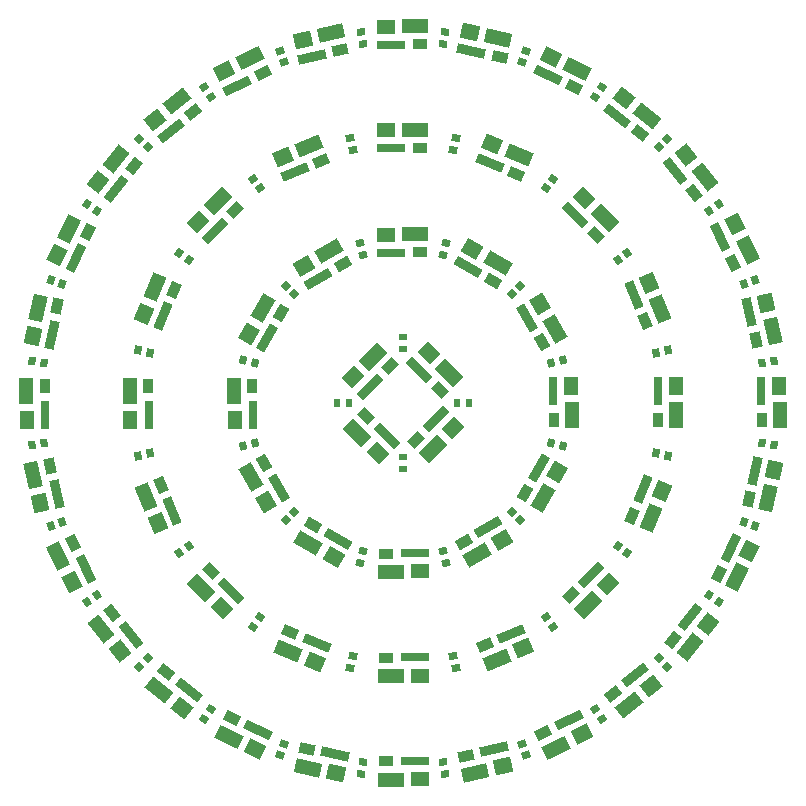
<source format=gtp>
G04*
G04 #@! TF.GenerationSoftware,Altium Limited,Altium Designer,20.2.4 (192)*
G04*
G04 Layer_Color=8421504*
%FSLAX25Y25*%
%MOIN*%
G70*
G04*
G04 #@! TF.SameCoordinates,D12834CA-4DE5-443E-9A18-81BA23B25CB7*
G04*
G04*
G04 #@! TF.FilePolarity,Positive*
G04*
G01*
G75*
%ADD10R,0.05118X0.03543*%
%ADD11R,0.09449X0.03150*%
%ADD12R,0.08661X0.04724*%
%ADD13R,0.05906X0.05118*%
G04:AMPARAMS|DCode=14|XSize=23.62mil|YSize=27.56mil|CornerRadius=0mil|HoleSize=0mil|Usage=FLASHONLY|Rotation=173.571|XOffset=0mil|YOffset=0mil|HoleType=Round|Shape=Rectangle|*
%AMROTATEDRECTD14*
4,1,4,0.01328,0.01237,0.01019,-0.01502,-0.01328,-0.01237,-0.01019,0.01502,0.01328,0.01237,0.0*
%
%ADD14ROTATEDRECTD14*%

G04:AMPARAMS|DCode=15|XSize=23.62mil|YSize=27.56mil|CornerRadius=0mil|HoleSize=0mil|Usage=FLASHONLY|Rotation=160.714|XOffset=0mil|YOffset=0mil|HoleType=Round|Shape=Rectangle|*
%AMROTATEDRECTD15*
4,1,4,0.01570,0.00911,0.00660,-0.01691,-0.01570,-0.00911,-0.00660,0.01691,0.01570,0.00911,0.0*
%
%ADD15ROTATEDRECTD15*%

G04:AMPARAMS|DCode=16|XSize=23.62mil|YSize=27.56mil|CornerRadius=0mil|HoleSize=0mil|Usage=FLASHONLY|Rotation=147.857|XOffset=0mil|YOffset=0mil|HoleType=Round|Shape=Rectangle|*
%AMROTATEDRECTD16*
4,1,4,0.01733,0.00538,0.00267,-0.01795,-0.01733,-0.00538,-0.00267,0.01795,0.01733,0.00538,0.0*
%
%ADD16ROTATEDRECTD16*%

G04:AMPARAMS|DCode=17|XSize=23.62mil|YSize=27.56mil|CornerRadius=0mil|HoleSize=0mil|Usage=FLASHONLY|Rotation=135.000|XOffset=0mil|YOffset=0mil|HoleType=Round|Shape=Rectangle|*
%AMROTATEDRECTD17*
4,1,4,0.01810,0.00139,-0.00139,-0.01810,-0.01810,-0.00139,0.00139,0.01810,0.01810,0.00139,0.0*
%
%ADD17ROTATEDRECTD17*%

G04:AMPARAMS|DCode=18|XSize=23.62mil|YSize=27.56mil|CornerRadius=0mil|HoleSize=0mil|Usage=FLASHONLY|Rotation=122.143|XOffset=0mil|YOffset=0mil|HoleType=Round|Shape=Rectangle|*
%AMROTATEDRECTD18*
4,1,4,0.01795,-0.00267,-0.00538,-0.01733,-0.01795,0.00267,0.00538,0.01733,0.01795,-0.00267,0.0*
%
%ADD18ROTATEDRECTD18*%

G04:AMPARAMS|DCode=19|XSize=23.62mil|YSize=27.56mil|CornerRadius=0mil|HoleSize=0mil|Usage=FLASHONLY|Rotation=109.286|XOffset=0mil|YOffset=0mil|HoleType=Round|Shape=Rectangle|*
%AMROTATEDRECTD19*
4,1,4,0.01691,-0.00660,-0.00911,-0.01570,-0.01691,0.00660,0.00911,0.01570,0.01691,-0.00660,0.0*
%
%ADD19ROTATEDRECTD19*%

G04:AMPARAMS|DCode=20|XSize=23.62mil|YSize=27.56mil|CornerRadius=0mil|HoleSize=0mil|Usage=FLASHONLY|Rotation=57.857|XOffset=0mil|YOffset=0mil|HoleType=Round|Shape=Rectangle|*
%AMROTATEDRECTD20*
4,1,4,0.00538,-0.01733,-0.01795,-0.00267,-0.00538,0.01733,0.01795,0.00267,0.00538,-0.01733,0.0*
%
%ADD20ROTATEDRECTD20*%

G04:AMPARAMS|DCode=21|XSize=23.62mil|YSize=27.56mil|CornerRadius=0mil|HoleSize=0mil|Usage=FLASHONLY|Rotation=45.000|XOffset=0mil|YOffset=0mil|HoleType=Round|Shape=Rectangle|*
%AMROTATEDRECTD21*
4,1,4,0.00139,-0.01810,-0.01810,0.00139,-0.00139,0.01810,0.01810,-0.00139,0.00139,-0.01810,0.0*
%
%ADD21ROTATEDRECTD21*%

G04:AMPARAMS|DCode=22|XSize=23.62mil|YSize=27.56mil|CornerRadius=0mil|HoleSize=0mil|Usage=FLASHONLY|Rotation=32.143|XOffset=0mil|YOffset=0mil|HoleType=Round|Shape=Rectangle|*
%AMROTATEDRECTD22*
4,1,4,-0.00267,-0.01795,-0.01733,0.00538,0.00267,0.01795,0.01733,-0.00538,-0.00267,-0.01795,0.0*
%
%ADD22ROTATEDRECTD22*%

G04:AMPARAMS|DCode=23|XSize=23.62mil|YSize=27.56mil|CornerRadius=0mil|HoleSize=0mil|Usage=FLASHONLY|Rotation=19.286|XOffset=0mil|YOffset=0mil|HoleType=Round|Shape=Rectangle|*
%AMROTATEDRECTD23*
4,1,4,-0.00660,-0.01691,-0.01570,0.00911,0.00660,0.01691,0.01570,-0.00911,-0.00660,-0.01691,0.0*
%
%ADD23ROTATEDRECTD23*%

G04:AMPARAMS|DCode=24|XSize=51.18mil|YSize=35.43mil|CornerRadius=0mil|HoleSize=0mil|Usage=FLASHONLY|Rotation=321.429|XOffset=0mil|YOffset=0mil|HoleType=Round|Shape=Rectangle|*
%AMROTATEDRECTD24*
4,1,4,-0.03105,0.00210,-0.00896,0.02981,0.03105,-0.00210,0.00896,-0.02981,-0.03105,0.00210,0.0*
%
%ADD24ROTATEDRECTD24*%

G04:AMPARAMS|DCode=25|XSize=94.49mil|YSize=31.5mil|CornerRadius=0mil|HoleSize=0mil|Usage=FLASHONLY|Rotation=321.429|XOffset=0mil|YOffset=0mil|HoleType=Round|Shape=Rectangle|*
%AMROTATEDRECTD25*
4,1,4,-0.04676,0.01714,-0.02712,0.04177,0.04676,-0.01714,0.02712,-0.04177,-0.04676,0.01714,0.0*
%
%ADD25ROTATEDRECTD25*%

G04:AMPARAMS|DCode=26|XSize=86.61mil|YSize=47.24mil|CornerRadius=0mil|HoleSize=0mil|Usage=FLASHONLY|Rotation=321.429|XOffset=0mil|YOffset=0mil|HoleType=Round|Shape=Rectangle|*
%AMROTATEDRECTD26*
4,1,4,-0.04859,0.00853,-0.01913,0.04547,0.04859,-0.00853,0.01913,-0.04547,-0.04859,0.00853,0.0*
%
%ADD26ROTATEDRECTD26*%

G04:AMPARAMS|DCode=27|XSize=59.06mil|YSize=51.18mil|CornerRadius=0mil|HoleSize=0mil|Usage=FLASHONLY|Rotation=321.429|XOffset=0mil|YOffset=0mil|HoleType=Round|Shape=Rectangle|*
%AMROTATEDRECTD27*
4,1,4,-0.03904,-0.00160,-0.00713,0.03842,0.03904,0.00160,0.00713,-0.03842,-0.03904,-0.00160,0.0*
%
%ADD27ROTATEDRECTD27*%

G04:AMPARAMS|DCode=28|XSize=51.18mil|YSize=35.43mil|CornerRadius=0mil|HoleSize=0mil|Usage=FLASHONLY|Rotation=308.571|XOffset=0mil|YOffset=0mil|HoleType=Round|Shape=Rectangle|*
%AMROTATEDRECTD28*
4,1,4,-0.02981,0.00896,-0.00210,0.03105,0.02981,-0.00896,0.00210,-0.03105,-0.02981,0.00896,0.0*
%
%ADD28ROTATEDRECTD28*%

G04:AMPARAMS|DCode=29|XSize=94.49mil|YSize=31.5mil|CornerRadius=0mil|HoleSize=0mil|Usage=FLASHONLY|Rotation=308.571|XOffset=0mil|YOffset=0mil|HoleType=Round|Shape=Rectangle|*
%AMROTATEDRECTD29*
4,1,4,-0.04177,0.02712,-0.01714,0.04676,0.04177,-0.02712,0.01714,-0.04676,-0.04177,0.02712,0.0*
%
%ADD29ROTATEDRECTD29*%

G04:AMPARAMS|DCode=30|XSize=86.61mil|YSize=47.24mil|CornerRadius=0mil|HoleSize=0mil|Usage=FLASHONLY|Rotation=308.571|XOffset=0mil|YOffset=0mil|HoleType=Round|Shape=Rectangle|*
%AMROTATEDRECTD30*
4,1,4,-0.04547,0.01913,-0.00853,0.04859,0.04547,-0.01913,0.00853,-0.04859,-0.04547,0.01913,0.0*
%
%ADD30ROTATEDRECTD30*%

G04:AMPARAMS|DCode=31|XSize=59.06mil|YSize=51.18mil|CornerRadius=0mil|HoleSize=0mil|Usage=FLASHONLY|Rotation=308.571|XOffset=0mil|YOffset=0mil|HoleType=Round|Shape=Rectangle|*
%AMROTATEDRECTD31*
4,1,4,-0.03842,0.00713,0.00160,0.03904,0.03842,-0.00713,-0.00160,-0.03904,-0.03842,0.00713,0.0*
%
%ADD31ROTATEDRECTD31*%

G04:AMPARAMS|DCode=32|XSize=51.18mil|YSize=35.43mil|CornerRadius=0mil|HoleSize=0mil|Usage=FLASHONLY|Rotation=295.714|XOffset=0mil|YOffset=0mil|HoleType=Round|Shape=Rectangle|*
%AMROTATEDRECTD32*
4,1,4,-0.02707,0.01537,0.00486,0.03074,0.02707,-0.01537,-0.00486,-0.03074,-0.02707,0.01537,0.0*
%
%ADD32ROTATEDRECTD32*%

G04:AMPARAMS|DCode=33|XSize=94.49mil|YSize=31.5mil|CornerRadius=0mil|HoleSize=0mil|Usage=FLASHONLY|Rotation=295.714|XOffset=0mil|YOffset=0mil|HoleType=Round|Shape=Rectangle|*
%AMROTATEDRECTD33*
4,1,4,-0.03469,0.03573,-0.00631,0.04940,0.03469,-0.03573,0.00631,-0.04940,-0.03469,0.03573,0.0*
%
%ADD33ROTATEDRECTD33*%

G04:AMPARAMS|DCode=34|XSize=86.61mil|YSize=47.24mil|CornerRadius=0mil|HoleSize=0mil|Usage=FLASHONLY|Rotation=295.714|XOffset=0mil|YOffset=0mil|HoleType=Round|Shape=Rectangle|*
%AMROTATEDRECTD34*
4,1,4,-0.04007,0.02877,0.00249,0.04927,0.04007,-0.02877,-0.00249,-0.04927,-0.04007,0.02877,0.0*
%
%ADD34ROTATEDRECTD34*%

G04:AMPARAMS|DCode=35|XSize=59.06mil|YSize=51.18mil|CornerRadius=0mil|HoleSize=0mil|Usage=FLASHONLY|Rotation=295.714|XOffset=0mil|YOffset=0mil|HoleType=Round|Shape=Rectangle|*
%AMROTATEDRECTD35*
4,1,4,-0.03587,0.01550,0.01024,0.03771,0.03587,-0.01550,-0.01024,-0.03771,-0.03587,0.01550,0.0*
%
%ADD35ROTATEDRECTD35*%

G04:AMPARAMS|DCode=36|XSize=51.18mil|YSize=35.43mil|CornerRadius=0mil|HoleSize=0mil|Usage=FLASHONLY|Rotation=282.857|XOffset=0mil|YOffset=0mil|HoleType=Round|Shape=Rectangle|*
%AMROTATEDRECTD36*
4,1,4,-0.02297,0.02101,0.01158,0.02889,0.02297,-0.02101,-0.01158,-0.02889,-0.02297,0.02101,0.0*
%
%ADD36ROTATEDRECTD36*%

G04:AMPARAMS|DCode=37|XSize=94.49mil|YSize=31.5mil|CornerRadius=0mil|HoleSize=0mil|Usage=FLASHONLY|Rotation=282.857|XOffset=0mil|YOffset=0mil|HoleType=Round|Shape=Rectangle|*
%AMROTATEDRECTD37*
4,1,4,-0.02587,0.04256,0.00484,0.04956,0.02587,-0.04256,-0.00484,-0.04956,-0.02587,0.04256,0.0*
%
%ADD37ROTATEDRECTD37*%

G04:AMPARAMS|DCode=38|XSize=86.61mil|YSize=47.24mil|CornerRadius=0mil|HoleSize=0mil|Usage=FLASHONLY|Rotation=282.857|XOffset=0mil|YOffset=0mil|HoleType=Round|Shape=Rectangle|*
%AMROTATEDRECTD38*
4,1,4,-0.03267,0.03697,0.01339,0.04748,0.03267,-0.03697,-0.01339,-0.04748,-0.03267,0.03697,0.0*
%
%ADD38ROTATEDRECTD38*%

G04:AMPARAMS|DCode=39|XSize=59.06mil|YSize=51.18mil|CornerRadius=0mil|HoleSize=0mil|Usage=FLASHONLY|Rotation=282.857|XOffset=0mil|YOffset=0mil|HoleType=Round|Shape=Rectangle|*
%AMROTATEDRECTD39*
4,1,4,-0.03152,0.02309,0.01838,0.03448,0.03152,-0.02309,-0.01838,-0.03448,-0.03152,0.02309,0.0*
%
%ADD39ROTATEDRECTD39*%

%ADD40R,0.03543X0.05118*%
%ADD41R,0.03150X0.09449*%
%ADD42R,0.04724X0.08661*%
%ADD43R,0.05118X0.05906*%
G04:AMPARAMS|DCode=44|XSize=51.18mil|YSize=35.43mil|CornerRadius=0mil|HoleSize=0mil|Usage=FLASHONLY|Rotation=257.143|XOffset=0mil|YOffset=0mil|HoleType=Round|Shape=Rectangle|*
%AMROTATEDRECTD44*
4,1,4,-0.01158,0.02889,0.02297,0.02101,0.01158,-0.02889,-0.02297,-0.02101,-0.01158,0.02889,0.0*
%
%ADD44ROTATEDRECTD44*%

G04:AMPARAMS|DCode=45|XSize=94.49mil|YSize=31.5mil|CornerRadius=0mil|HoleSize=0mil|Usage=FLASHONLY|Rotation=257.143|XOffset=0mil|YOffset=0mil|HoleType=Round|Shape=Rectangle|*
%AMROTATEDRECTD45*
4,1,4,-0.00484,0.04956,0.02587,0.04256,0.00484,-0.04956,-0.02587,-0.04256,-0.00484,0.04956,0.0*
%
%ADD45ROTATEDRECTD45*%

G04:AMPARAMS|DCode=46|XSize=86.61mil|YSize=47.24mil|CornerRadius=0mil|HoleSize=0mil|Usage=FLASHONLY|Rotation=257.143|XOffset=0mil|YOffset=0mil|HoleType=Round|Shape=Rectangle|*
%AMROTATEDRECTD46*
4,1,4,-0.01339,0.04748,0.03267,0.03697,0.01339,-0.04748,-0.03267,-0.03697,-0.01339,0.04748,0.0*
%
%ADD46ROTATEDRECTD46*%

G04:AMPARAMS|DCode=47|XSize=59.06mil|YSize=51.18mil|CornerRadius=0mil|HoleSize=0mil|Usage=FLASHONLY|Rotation=257.143|XOffset=0mil|YOffset=0mil|HoleType=Round|Shape=Rectangle|*
%AMROTATEDRECTD47*
4,1,4,-0.01838,0.03448,0.03152,0.02309,0.01838,-0.03448,-0.03152,-0.02309,-0.01838,0.03448,0.0*
%
%ADD47ROTATEDRECTD47*%

G04:AMPARAMS|DCode=48|XSize=23.62mil|YSize=27.56mil|CornerRadius=0mil|HoleSize=0mil|Usage=FLASHONLY|Rotation=70.714|XOffset=0mil|YOffset=0mil|HoleType=Round|Shape=Rectangle|*
%AMROTATEDRECTD48*
4,1,4,0.00911,-0.01570,-0.01691,-0.00660,-0.00911,0.01570,0.01691,0.00660,0.00911,-0.01570,0.0*
%
%ADD48ROTATEDRECTD48*%

G04:AMPARAMS|DCode=49|XSize=51.18mil|YSize=35.43mil|CornerRadius=0mil|HoleSize=0mil|Usage=FLASHONLY|Rotation=192.857|XOffset=0mil|YOffset=0mil|HoleType=Round|Shape=Rectangle|*
%AMROTATEDRECTD49*
4,1,4,0.02101,0.02297,0.02889,-0.01158,-0.02101,-0.02297,-0.02889,0.01158,0.02101,0.02297,0.0*
%
%ADD49ROTATEDRECTD49*%

G04:AMPARAMS|DCode=50|XSize=94.49mil|YSize=31.5mil|CornerRadius=0mil|HoleSize=0mil|Usage=FLASHONLY|Rotation=192.857|XOffset=0mil|YOffset=0mil|HoleType=Round|Shape=Rectangle|*
%AMROTATEDRECTD50*
4,1,4,0.04256,0.02587,0.04956,-0.00484,-0.04256,-0.02587,-0.04956,0.00484,0.04256,0.02587,0.0*
%
%ADD50ROTATEDRECTD50*%

G04:AMPARAMS|DCode=51|XSize=86.61mil|YSize=47.24mil|CornerRadius=0mil|HoleSize=0mil|Usage=FLASHONLY|Rotation=192.857|XOffset=0mil|YOffset=0mil|HoleType=Round|Shape=Rectangle|*
%AMROTATEDRECTD51*
4,1,4,0.03697,0.03267,0.04748,-0.01339,-0.03697,-0.03267,-0.04748,0.01339,0.03697,0.03267,0.0*
%
%ADD51ROTATEDRECTD51*%

G04:AMPARAMS|DCode=52|XSize=59.06mil|YSize=51.18mil|CornerRadius=0mil|HoleSize=0mil|Usage=FLASHONLY|Rotation=192.857|XOffset=0mil|YOffset=0mil|HoleType=Round|Shape=Rectangle|*
%AMROTATEDRECTD52*
4,1,4,0.02309,0.03152,0.03448,-0.01838,-0.02309,-0.03152,-0.03448,0.01838,0.02309,0.03152,0.0*
%
%ADD52ROTATEDRECTD52*%

G04:AMPARAMS|DCode=53|XSize=51.18mil|YSize=35.43mil|CornerRadius=0mil|HoleSize=0mil|Usage=FLASHONLY|Rotation=167.143|XOffset=0mil|YOffset=0mil|HoleType=Round|Shape=Rectangle|*
%AMROTATEDRECTD53*
4,1,4,0.02889,0.01158,0.02101,-0.02297,-0.02889,-0.01158,-0.02101,0.02297,0.02889,0.01158,0.0*
%
%ADD53ROTATEDRECTD53*%

G04:AMPARAMS|DCode=54|XSize=94.49mil|YSize=31.5mil|CornerRadius=0mil|HoleSize=0mil|Usage=FLASHONLY|Rotation=167.143|XOffset=0mil|YOffset=0mil|HoleType=Round|Shape=Rectangle|*
%AMROTATEDRECTD54*
4,1,4,0.04956,0.00484,0.04256,-0.02587,-0.04956,-0.00484,-0.04256,0.02587,0.04956,0.00484,0.0*
%
%ADD54ROTATEDRECTD54*%

G04:AMPARAMS|DCode=55|XSize=86.61mil|YSize=47.24mil|CornerRadius=0mil|HoleSize=0mil|Usage=FLASHONLY|Rotation=167.143|XOffset=0mil|YOffset=0mil|HoleType=Round|Shape=Rectangle|*
%AMROTATEDRECTD55*
4,1,4,0.04748,0.01339,0.03697,-0.03267,-0.04748,-0.01339,-0.03697,0.03267,0.04748,0.01339,0.0*
%
%ADD55ROTATEDRECTD55*%

G04:AMPARAMS|DCode=56|XSize=59.06mil|YSize=51.18mil|CornerRadius=0mil|HoleSize=0mil|Usage=FLASHONLY|Rotation=167.143|XOffset=0mil|YOffset=0mil|HoleType=Round|Shape=Rectangle|*
%AMROTATEDRECTD56*
4,1,4,0.03448,0.01838,0.02309,-0.03152,-0.03448,-0.01838,-0.02309,0.03152,0.03448,0.01838,0.0*
%
%ADD56ROTATEDRECTD56*%

G04:AMPARAMS|DCode=57|XSize=51.18mil|YSize=35.43mil|CornerRadius=0mil|HoleSize=0mil|Usage=FLASHONLY|Rotation=154.286|XOffset=0mil|YOffset=0mil|HoleType=Round|Shape=Rectangle|*
%AMROTATEDRECTD57*
4,1,4,0.03074,0.00486,0.01537,-0.02707,-0.03074,-0.00486,-0.01537,0.02707,0.03074,0.00486,0.0*
%
%ADD57ROTATEDRECTD57*%

G04:AMPARAMS|DCode=58|XSize=94.49mil|YSize=31.5mil|CornerRadius=0mil|HoleSize=0mil|Usage=FLASHONLY|Rotation=154.286|XOffset=0mil|YOffset=0mil|HoleType=Round|Shape=Rectangle|*
%AMROTATEDRECTD58*
4,1,4,0.04940,-0.00631,0.03573,-0.03469,-0.04940,0.00631,-0.03573,0.03469,0.04940,-0.00631,0.0*
%
%ADD58ROTATEDRECTD58*%

G04:AMPARAMS|DCode=59|XSize=86.61mil|YSize=47.24mil|CornerRadius=0mil|HoleSize=0mil|Usage=FLASHONLY|Rotation=154.286|XOffset=0mil|YOffset=0mil|HoleType=Round|Shape=Rectangle|*
%AMROTATEDRECTD59*
4,1,4,0.04927,0.00249,0.02877,-0.04007,-0.04927,-0.00249,-0.02877,0.04007,0.04927,0.00249,0.0*
%
%ADD59ROTATEDRECTD59*%

G04:AMPARAMS|DCode=60|XSize=59.06mil|YSize=51.18mil|CornerRadius=0mil|HoleSize=0mil|Usage=FLASHONLY|Rotation=154.286|XOffset=0mil|YOffset=0mil|HoleType=Round|Shape=Rectangle|*
%AMROTATEDRECTD60*
4,1,4,0.03771,0.01024,0.01550,-0.03587,-0.03771,-0.01024,-0.01550,0.03587,0.03771,0.01024,0.0*
%
%ADD60ROTATEDRECTD60*%

G04:AMPARAMS|DCode=61|XSize=23.62mil|YSize=27.56mil|CornerRadius=0mil|HoleSize=0mil|Usage=FLASHONLY|Rotation=6.429|XOffset=0mil|YOffset=0mil|HoleType=Round|Shape=Rectangle|*
%AMROTATEDRECTD61*
4,1,4,-0.01019,-0.01502,-0.01328,0.01237,0.01019,0.01502,0.01328,-0.01237,-0.01019,-0.01502,0.0*
%
%ADD61ROTATEDRECTD61*%

G04:AMPARAMS|DCode=62|XSize=51.18mil|YSize=35.43mil|CornerRadius=0mil|HoleSize=0mil|Usage=FLASHONLY|Rotation=64.285|XOffset=0mil|YOffset=0mil|HoleType=Round|Shape=Rectangle|*
%AMROTATEDRECTD62*
4,1,4,0.00486,-0.03074,-0.02707,-0.01537,-0.00486,0.03074,0.02707,0.01537,0.00486,-0.03074,0.0*
%
%ADD62ROTATEDRECTD62*%

G04:AMPARAMS|DCode=63|XSize=94.49mil|YSize=31.5mil|CornerRadius=0mil|HoleSize=0mil|Usage=FLASHONLY|Rotation=64.285|XOffset=0mil|YOffset=0mil|HoleType=Round|Shape=Rectangle|*
%AMROTATEDRECTD63*
4,1,4,-0.00631,-0.04940,-0.03469,-0.03573,0.00631,0.04940,0.03469,0.03573,-0.00631,-0.04940,0.0*
%
%ADD63ROTATEDRECTD63*%

G04:AMPARAMS|DCode=64|XSize=86.61mil|YSize=47.24mil|CornerRadius=0mil|HoleSize=0mil|Usage=FLASHONLY|Rotation=64.285|XOffset=0mil|YOffset=0mil|HoleType=Round|Shape=Rectangle|*
%AMROTATEDRECTD64*
4,1,4,0.00249,-0.04927,-0.04007,-0.02877,-0.00249,0.04927,0.04007,0.02877,0.00249,-0.04927,0.0*
%
%ADD64ROTATEDRECTD64*%

G04:AMPARAMS|DCode=65|XSize=59.06mil|YSize=51.18mil|CornerRadius=0mil|HoleSize=0mil|Usage=FLASHONLY|Rotation=64.285|XOffset=0mil|YOffset=0mil|HoleType=Round|Shape=Rectangle|*
%AMROTATEDRECTD65*
4,1,4,0.01024,-0.03771,-0.03587,-0.01550,-0.01024,0.03771,0.03587,0.01550,0.01024,-0.03771,0.0*
%
%ADD65ROTATEDRECTD65*%

G04:AMPARAMS|DCode=66|XSize=51.18mil|YSize=35.43mil|CornerRadius=0mil|HoleSize=0mil|Usage=FLASHONLY|Rotation=51.428|XOffset=0mil|YOffset=0mil|HoleType=Round|Shape=Rectangle|*
%AMROTATEDRECTD66*
4,1,4,-0.00210,-0.03105,-0.02981,-0.00896,0.00210,0.03105,0.02981,0.00896,-0.00210,-0.03105,0.0*
%
%ADD66ROTATEDRECTD66*%

G04:AMPARAMS|DCode=67|XSize=94.49mil|YSize=31.5mil|CornerRadius=0mil|HoleSize=0mil|Usage=FLASHONLY|Rotation=51.428|XOffset=0mil|YOffset=0mil|HoleType=Round|Shape=Rectangle|*
%AMROTATEDRECTD67*
4,1,4,-0.01714,-0.04676,-0.04177,-0.02712,0.01714,0.04676,0.04177,0.02712,-0.01714,-0.04676,0.0*
%
%ADD67ROTATEDRECTD67*%

G04:AMPARAMS|DCode=68|XSize=86.61mil|YSize=47.24mil|CornerRadius=0mil|HoleSize=0mil|Usage=FLASHONLY|Rotation=51.428|XOffset=0mil|YOffset=0mil|HoleType=Round|Shape=Rectangle|*
%AMROTATEDRECTD68*
4,1,4,-0.00853,-0.04859,-0.04547,-0.01913,0.00853,0.04859,0.04547,0.01913,-0.00853,-0.04859,0.0*
%
%ADD68ROTATEDRECTD68*%

G04:AMPARAMS|DCode=69|XSize=59.06mil|YSize=51.18mil|CornerRadius=0mil|HoleSize=0mil|Usage=FLASHONLY|Rotation=51.428|XOffset=0mil|YOffset=0mil|HoleType=Round|Shape=Rectangle|*
%AMROTATEDRECTD69*
4,1,4,0.00160,-0.03904,-0.03842,-0.00713,-0.00160,0.03904,0.03842,0.00713,0.00160,-0.03904,0.0*
%
%ADD69ROTATEDRECTD69*%

G04:AMPARAMS|DCode=70|XSize=23.62mil|YSize=27.56mil|CornerRadius=0mil|HoleSize=0mil|Usage=FLASHONLY|Rotation=276.429|XOffset=0mil|YOffset=0mil|HoleType=Round|Shape=Rectangle|*
%AMROTATEDRECTD70*
4,1,4,-0.01502,0.01019,0.01237,0.01328,0.01502,-0.01019,-0.01237,-0.01328,-0.01502,0.01019,0.0*
%
%ADD70ROTATEDRECTD70*%

G04:AMPARAMS|DCode=71|XSize=23.62mil|YSize=27.56mil|CornerRadius=0mil|HoleSize=0mil|Usage=FLASHONLY|Rotation=263.571|XOffset=0mil|YOffset=0mil|HoleType=Round|Shape=Rectangle|*
%AMROTATEDRECTD71*
4,1,4,-0.01237,0.01328,0.01502,0.01019,0.01237,-0.01328,-0.01502,-0.01019,-0.01237,0.01328,0.0*
%
%ADD71ROTATEDRECTD71*%

G04:AMPARAMS|DCode=72|XSize=23.62mil|YSize=27.56mil|CornerRadius=0mil|HoleSize=0mil|Usage=FLASHONLY|Rotation=168.750|XOffset=0mil|YOffset=0mil|HoleType=Round|Shape=Rectangle|*
%AMROTATEDRECTD72*
4,1,4,0.01427,0.01121,0.00890,-0.01582,-0.01427,-0.01121,-0.00890,0.01582,0.01427,0.01121,0.0*
%
%ADD72ROTATEDRECTD72*%

G04:AMPARAMS|DCode=73|XSize=51.18mil|YSize=35.43mil|CornerRadius=0mil|HoleSize=0mil|Usage=FLASHONLY|Rotation=67.500|XOffset=0mil|YOffset=0mil|HoleType=Round|Shape=Rectangle|*
%AMROTATEDRECTD73*
4,1,4,0.00658,-0.03042,-0.02616,-0.01686,-0.00658,0.03042,0.02616,0.01686,0.00658,-0.03042,0.0*
%
%ADD73ROTATEDRECTD73*%

G04:AMPARAMS|DCode=74|XSize=94.49mil|YSize=31.5mil|CornerRadius=0mil|HoleSize=0mil|Usage=FLASHONLY|Rotation=67.500|XOffset=0mil|YOffset=0mil|HoleType=Round|Shape=Rectangle|*
%AMROTATEDRECTD74*
4,1,4,-0.00353,-0.04967,-0.03263,-0.03762,0.00353,0.04967,0.03263,0.03762,-0.00353,-0.04967,0.0*
%
%ADD74ROTATEDRECTD74*%

G04:AMPARAMS|DCode=75|XSize=86.61mil|YSize=47.24mil|CornerRadius=0mil|HoleSize=0mil|Usage=FLASHONLY|Rotation=67.500|XOffset=0mil|YOffset=0mil|HoleType=Round|Shape=Rectangle|*
%AMROTATEDRECTD75*
4,1,4,0.00525,-0.04905,-0.03840,-0.03097,-0.00525,0.04905,0.03840,0.03097,0.00525,-0.04905,0.0*
%
%ADD75ROTATEDRECTD75*%

G04:AMPARAMS|DCode=76|XSize=59.06mil|YSize=51.18mil|CornerRadius=0mil|HoleSize=0mil|Usage=FLASHONLY|Rotation=67.500|XOffset=0mil|YOffset=0mil|HoleType=Round|Shape=Rectangle|*
%AMROTATEDRECTD76*
4,1,4,0.01234,-0.03707,-0.03494,-0.01749,-0.01234,0.03707,0.03494,0.01749,0.01234,-0.03707,0.0*
%
%ADD76ROTATEDRECTD76*%

G04:AMPARAMS|DCode=77|XSize=51.18mil|YSize=35.43mil|CornerRadius=0mil|HoleSize=0mil|Usage=FLASHONLY|Rotation=45.000|XOffset=0mil|YOffset=0mil|HoleType=Round|Shape=Rectangle|*
%AMROTATEDRECTD77*
4,1,4,-0.00557,-0.03062,-0.03062,-0.00557,0.00557,0.03062,0.03062,0.00557,-0.00557,-0.03062,0.0*
%
%ADD77ROTATEDRECTD77*%

G04:AMPARAMS|DCode=78|XSize=94.49mil|YSize=31.5mil|CornerRadius=0mil|HoleSize=0mil|Usage=FLASHONLY|Rotation=45.000|XOffset=0mil|YOffset=0mil|HoleType=Round|Shape=Rectangle|*
%AMROTATEDRECTD78*
4,1,4,-0.02227,-0.04454,-0.04454,-0.02227,0.02227,0.04454,0.04454,0.02227,-0.02227,-0.04454,0.0*
%
%ADD78ROTATEDRECTD78*%

G04:AMPARAMS|DCode=79|XSize=86.61mil|YSize=47.24mil|CornerRadius=0mil|HoleSize=0mil|Usage=FLASHONLY|Rotation=45.000|XOffset=0mil|YOffset=0mil|HoleType=Round|Shape=Rectangle|*
%AMROTATEDRECTD79*
4,1,4,-0.01392,-0.04733,-0.04733,-0.01392,0.01392,0.04733,0.04733,0.01392,-0.01392,-0.04733,0.0*
%
%ADD79ROTATEDRECTD79*%

G04:AMPARAMS|DCode=80|XSize=59.06mil|YSize=51.18mil|CornerRadius=0mil|HoleSize=0mil|Usage=FLASHONLY|Rotation=45.000|XOffset=0mil|YOffset=0mil|HoleType=Round|Shape=Rectangle|*
%AMROTATEDRECTD80*
4,1,4,-0.00278,-0.03897,-0.03897,-0.00278,0.00278,0.03897,0.03897,0.00278,-0.00278,-0.03897,0.0*
%
%ADD80ROTATEDRECTD80*%

G04:AMPARAMS|DCode=81|XSize=51.18mil|YSize=35.43mil|CornerRadius=0mil|HoleSize=0mil|Usage=FLASHONLY|Rotation=22.500|XOffset=0mil|YOffset=0mil|HoleType=Round|Shape=Rectangle|*
%AMROTATEDRECTD81*
4,1,4,-0.01686,-0.02616,-0.03042,0.00658,0.01686,0.02616,0.03042,-0.00658,-0.01686,-0.02616,0.0*
%
%ADD81ROTATEDRECTD81*%

G04:AMPARAMS|DCode=82|XSize=94.49mil|YSize=31.5mil|CornerRadius=0mil|HoleSize=0mil|Usage=FLASHONLY|Rotation=22.500|XOffset=0mil|YOffset=0mil|HoleType=Round|Shape=Rectangle|*
%AMROTATEDRECTD82*
4,1,4,-0.03762,-0.03263,-0.04967,-0.00353,0.03762,0.03263,0.04967,0.00353,-0.03762,-0.03263,0.0*
%
%ADD82ROTATEDRECTD82*%

G04:AMPARAMS|DCode=83|XSize=86.61mil|YSize=47.24mil|CornerRadius=0mil|HoleSize=0mil|Usage=FLASHONLY|Rotation=22.500|XOffset=0mil|YOffset=0mil|HoleType=Round|Shape=Rectangle|*
%AMROTATEDRECTD83*
4,1,4,-0.03097,-0.03840,-0.04905,0.00525,0.03097,0.03840,0.04905,-0.00525,-0.03097,-0.03840,0.0*
%
%ADD83ROTATEDRECTD83*%

G04:AMPARAMS|DCode=84|XSize=59.06mil|YSize=51.18mil|CornerRadius=0mil|HoleSize=0mil|Usage=FLASHONLY|Rotation=22.500|XOffset=0mil|YOffset=0mil|HoleType=Round|Shape=Rectangle|*
%AMROTATEDRECTD84*
4,1,4,-0.01749,-0.03494,-0.03707,0.01234,0.01749,0.03494,0.03707,-0.01234,-0.01749,-0.03494,0.0*
%
%ADD84ROTATEDRECTD84*%

G04:AMPARAMS|DCode=85|XSize=23.62mil|YSize=27.56mil|CornerRadius=0mil|HoleSize=0mil|Usage=FLASHONLY|Rotation=146.250|XOffset=0mil|YOffset=0mil|HoleType=Round|Shape=Rectangle|*
%AMROTATEDRECTD85*
4,1,4,0.01748,0.00490,0.00217,-0.01802,-0.01748,-0.00490,-0.00217,0.01802,0.01748,0.00490,0.0*
%
%ADD85ROTATEDRECTD85*%

G04:AMPARAMS|DCode=86|XSize=23.62mil|YSize=27.56mil|CornerRadius=0mil|HoleSize=0mil|Usage=FLASHONLY|Rotation=123.750|XOffset=0mil|YOffset=0mil|HoleType=Round|Shape=Rectangle|*
%AMROTATEDRECTD86*
4,1,4,0.01802,-0.00217,-0.00490,-0.01748,-0.01802,0.00217,0.00490,0.01748,0.01802,-0.00217,0.0*
%
%ADD86ROTATEDRECTD86*%

G04:AMPARAMS|DCode=87|XSize=23.62mil|YSize=27.56mil|CornerRadius=0mil|HoleSize=0mil|Usage=FLASHONLY|Rotation=101.250|XOffset=0mil|YOffset=0mil|HoleType=Round|Shape=Rectangle|*
%AMROTATEDRECTD87*
4,1,4,0.01582,-0.00890,-0.01121,-0.01427,-0.01582,0.00890,0.01121,0.01427,0.01582,-0.00890,0.0*
%
%ADD87ROTATEDRECTD87*%

G04:AMPARAMS|DCode=88|XSize=51.18mil|YSize=35.43mil|CornerRadius=0mil|HoleSize=0mil|Usage=FLASHONLY|Rotation=218.571|XOffset=0mil|YOffset=0mil|HoleType=Round|Shape=Rectangle|*
%AMROTATEDRECTD88*
4,1,4,0.00896,0.02981,0.03105,0.00210,-0.00896,-0.02981,-0.03105,-0.00210,0.00896,0.02981,0.0*
%
%ADD88ROTATEDRECTD88*%

G04:AMPARAMS|DCode=89|XSize=94.49mil|YSize=31.5mil|CornerRadius=0mil|HoleSize=0mil|Usage=FLASHONLY|Rotation=218.571|XOffset=0mil|YOffset=0mil|HoleType=Round|Shape=Rectangle|*
%AMROTATEDRECTD89*
4,1,4,0.02712,0.04177,0.04676,0.01714,-0.02712,-0.04177,-0.04676,-0.01714,0.02712,0.04177,0.0*
%
%ADD89ROTATEDRECTD89*%

G04:AMPARAMS|DCode=90|XSize=86.61mil|YSize=47.24mil|CornerRadius=0mil|HoleSize=0mil|Usage=FLASHONLY|Rotation=218.571|XOffset=0mil|YOffset=0mil|HoleType=Round|Shape=Rectangle|*
%AMROTATEDRECTD90*
4,1,4,0.01913,0.04547,0.04859,0.00853,-0.01913,-0.04547,-0.04859,-0.00853,0.01913,0.04547,0.0*
%
%ADD90ROTATEDRECTD90*%

G04:AMPARAMS|DCode=91|XSize=59.06mil|YSize=51.18mil|CornerRadius=0mil|HoleSize=0mil|Usage=FLASHONLY|Rotation=218.571|XOffset=0mil|YOffset=0mil|HoleType=Round|Shape=Rectangle|*
%AMROTATEDRECTD91*
4,1,4,0.00713,0.03842,0.03904,-0.00160,-0.00713,-0.03842,-0.03904,0.00160,0.00713,0.03842,0.0*
%
%ADD91ROTATEDRECTD91*%

G04:AMPARAMS|DCode=92|XSize=51.18mil|YSize=35.43mil|CornerRadius=0mil|HoleSize=0mil|Usage=FLASHONLY|Rotation=205.714|XOffset=0mil|YOffset=0mil|HoleType=Round|Shape=Rectangle|*
%AMROTATEDRECTD92*
4,1,4,0.01537,0.02707,0.03074,-0.00486,-0.01537,-0.02707,-0.03074,0.00486,0.01537,0.02707,0.0*
%
%ADD92ROTATEDRECTD92*%

G04:AMPARAMS|DCode=93|XSize=94.49mil|YSize=31.5mil|CornerRadius=0mil|HoleSize=0mil|Usage=FLASHONLY|Rotation=205.714|XOffset=0mil|YOffset=0mil|HoleType=Round|Shape=Rectangle|*
%AMROTATEDRECTD93*
4,1,4,0.03573,0.03469,0.04940,0.00631,-0.03573,-0.03469,-0.04940,-0.00631,0.03573,0.03469,0.0*
%
%ADD93ROTATEDRECTD93*%

G04:AMPARAMS|DCode=94|XSize=86.61mil|YSize=47.24mil|CornerRadius=0mil|HoleSize=0mil|Usage=FLASHONLY|Rotation=205.714|XOffset=0mil|YOffset=0mil|HoleType=Round|Shape=Rectangle|*
%AMROTATEDRECTD94*
4,1,4,0.02877,0.04007,0.04927,-0.00249,-0.02877,-0.04007,-0.04927,0.00249,0.02877,0.04007,0.0*
%
%ADD94ROTATEDRECTD94*%

G04:AMPARAMS|DCode=95|XSize=59.06mil|YSize=51.18mil|CornerRadius=0mil|HoleSize=0mil|Usage=FLASHONLY|Rotation=205.714|XOffset=0mil|YOffset=0mil|HoleType=Round|Shape=Rectangle|*
%AMROTATEDRECTD95*
4,1,4,0.01550,0.03587,0.03771,-0.01024,-0.01550,-0.03587,-0.03771,0.01024,0.01550,0.03587,0.0*
%
%ADD95ROTATEDRECTD95*%

G04:AMPARAMS|DCode=96|XSize=23.62mil|YSize=27.56mil|CornerRadius=0mil|HoleSize=0mil|Usage=FLASHONLY|Rotation=78.750|XOffset=0mil|YOffset=0mil|HoleType=Round|Shape=Rectangle|*
%AMROTATEDRECTD96*
4,1,4,0.01121,-0.01427,-0.01582,-0.00890,-0.01121,0.01427,0.01582,0.00890,0.01121,-0.01427,0.0*
%
%ADD96ROTATEDRECTD96*%

G04:AMPARAMS|DCode=97|XSize=23.62mil|YSize=27.56mil|CornerRadius=0mil|HoleSize=0mil|Usage=FLASHONLY|Rotation=56.250|XOffset=0mil|YOffset=0mil|HoleType=Round|Shape=Rectangle|*
%AMROTATEDRECTD97*
4,1,4,0.00490,-0.01748,-0.01802,-0.00217,-0.00490,0.01748,0.01802,0.00217,0.00490,-0.01748,0.0*
%
%ADD97ROTATEDRECTD97*%

G04:AMPARAMS|DCode=98|XSize=23.62mil|YSize=27.56mil|CornerRadius=0mil|HoleSize=0mil|Usage=FLASHONLY|Rotation=33.750|XOffset=0mil|YOffset=0mil|HoleType=Round|Shape=Rectangle|*
%AMROTATEDRECTD98*
4,1,4,-0.00217,-0.01802,-0.01748,0.00490,0.00217,0.01802,0.01748,-0.00490,-0.00217,-0.01802,0.0*
%
%ADD98ROTATEDRECTD98*%

G04:AMPARAMS|DCode=99|XSize=23.62mil|YSize=27.56mil|CornerRadius=0mil|HoleSize=0mil|Usage=FLASHONLY|Rotation=11.250|XOffset=0mil|YOffset=0mil|HoleType=Round|Shape=Rectangle|*
%AMROTATEDRECTD99*
4,1,4,-0.00890,-0.01582,-0.01427,0.01121,0.00890,0.01582,0.01427,-0.01121,-0.00890,-0.01582,0.0*
%
%ADD99ROTATEDRECTD99*%

G04:AMPARAMS|DCode=100|XSize=51.18mil|YSize=35.43mil|CornerRadius=0mil|HoleSize=0mil|Usage=FLASHONLY|Rotation=337.500|XOffset=0mil|YOffset=0mil|HoleType=Round|Shape=Rectangle|*
%AMROTATEDRECTD100*
4,1,4,-0.03042,-0.00658,-0.01686,0.02616,0.03042,0.00658,0.01686,-0.02616,-0.03042,-0.00658,0.0*
%
%ADD100ROTATEDRECTD100*%

G04:AMPARAMS|DCode=101|XSize=94.49mil|YSize=31.5mil|CornerRadius=0mil|HoleSize=0mil|Usage=FLASHONLY|Rotation=337.500|XOffset=0mil|YOffset=0mil|HoleType=Round|Shape=Rectangle|*
%AMROTATEDRECTD101*
4,1,4,-0.04967,0.00353,-0.03762,0.03263,0.04967,-0.00353,0.03762,-0.03263,-0.04967,0.00353,0.0*
%
%ADD101ROTATEDRECTD101*%

G04:AMPARAMS|DCode=102|XSize=86.61mil|YSize=47.24mil|CornerRadius=0mil|HoleSize=0mil|Usage=FLASHONLY|Rotation=337.500|XOffset=0mil|YOffset=0mil|HoleType=Round|Shape=Rectangle|*
%AMROTATEDRECTD102*
4,1,4,-0.04905,-0.00525,-0.03097,0.03840,0.04905,0.00525,0.03097,-0.03840,-0.04905,-0.00525,0.0*
%
%ADD102ROTATEDRECTD102*%

G04:AMPARAMS|DCode=103|XSize=59.06mil|YSize=51.18mil|CornerRadius=0mil|HoleSize=0mil|Usage=FLASHONLY|Rotation=337.500|XOffset=0mil|YOffset=0mil|HoleType=Round|Shape=Rectangle|*
%AMROTATEDRECTD103*
4,1,4,-0.03707,-0.01234,-0.01749,0.03494,0.03707,0.01234,0.01749,-0.03494,-0.03707,-0.01234,0.0*
%
%ADD103ROTATEDRECTD103*%

G04:AMPARAMS|DCode=104|XSize=51.18mil|YSize=35.43mil|CornerRadius=0mil|HoleSize=0mil|Usage=FLASHONLY|Rotation=315.000|XOffset=0mil|YOffset=0mil|HoleType=Round|Shape=Rectangle|*
%AMROTATEDRECTD104*
4,1,4,-0.03062,0.00557,-0.00557,0.03062,0.03062,-0.00557,0.00557,-0.03062,-0.03062,0.00557,0.0*
%
%ADD104ROTATEDRECTD104*%

G04:AMPARAMS|DCode=105|XSize=94.49mil|YSize=31.5mil|CornerRadius=0mil|HoleSize=0mil|Usage=FLASHONLY|Rotation=315.000|XOffset=0mil|YOffset=0mil|HoleType=Round|Shape=Rectangle|*
%AMROTATEDRECTD105*
4,1,4,-0.04454,0.02227,-0.02227,0.04454,0.04454,-0.02227,0.02227,-0.04454,-0.04454,0.02227,0.0*
%
%ADD105ROTATEDRECTD105*%

G04:AMPARAMS|DCode=106|XSize=86.61mil|YSize=47.24mil|CornerRadius=0mil|HoleSize=0mil|Usage=FLASHONLY|Rotation=315.000|XOffset=0mil|YOffset=0mil|HoleType=Round|Shape=Rectangle|*
%AMROTATEDRECTD106*
4,1,4,-0.04733,0.01392,-0.01392,0.04733,0.04733,-0.01392,0.01392,-0.04733,-0.04733,0.01392,0.0*
%
%ADD106ROTATEDRECTD106*%

G04:AMPARAMS|DCode=107|XSize=59.06mil|YSize=51.18mil|CornerRadius=0mil|HoleSize=0mil|Usage=FLASHONLY|Rotation=315.000|XOffset=0mil|YOffset=0mil|HoleType=Round|Shape=Rectangle|*
%AMROTATEDRECTD107*
4,1,4,-0.03897,0.00278,-0.00278,0.03897,0.03897,-0.00278,0.00278,-0.03897,-0.03897,0.00278,0.0*
%
%ADD107ROTATEDRECTD107*%

G04:AMPARAMS|DCode=108|XSize=51.18mil|YSize=35.43mil|CornerRadius=0mil|HoleSize=0mil|Usage=FLASHONLY|Rotation=292.500|XOffset=0mil|YOffset=0mil|HoleType=Round|Shape=Rectangle|*
%AMROTATEDRECTD108*
4,1,4,-0.02616,0.01686,0.00658,0.03042,0.02616,-0.01686,-0.00658,-0.03042,-0.02616,0.01686,0.0*
%
%ADD108ROTATEDRECTD108*%

G04:AMPARAMS|DCode=109|XSize=94.49mil|YSize=31.5mil|CornerRadius=0mil|HoleSize=0mil|Usage=FLASHONLY|Rotation=292.500|XOffset=0mil|YOffset=0mil|HoleType=Round|Shape=Rectangle|*
%AMROTATEDRECTD109*
4,1,4,-0.03263,0.03762,-0.00353,0.04967,0.03263,-0.03762,0.00353,-0.04967,-0.03263,0.03762,0.0*
%
%ADD109ROTATEDRECTD109*%

G04:AMPARAMS|DCode=110|XSize=86.61mil|YSize=47.24mil|CornerRadius=0mil|HoleSize=0mil|Usage=FLASHONLY|Rotation=292.500|XOffset=0mil|YOffset=0mil|HoleType=Round|Shape=Rectangle|*
%AMROTATEDRECTD110*
4,1,4,-0.03840,0.03097,0.00525,0.04905,0.03840,-0.03097,-0.00525,-0.04905,-0.03840,0.03097,0.0*
%
%ADD110ROTATEDRECTD110*%

G04:AMPARAMS|DCode=111|XSize=59.06mil|YSize=51.18mil|CornerRadius=0mil|HoleSize=0mil|Usage=FLASHONLY|Rotation=292.500|XOffset=0mil|YOffset=0mil|HoleType=Round|Shape=Rectangle|*
%AMROTATEDRECTD111*
4,1,4,-0.03494,0.01749,0.01234,0.03707,0.03494,-0.01749,-0.01234,-0.03707,-0.03494,0.01749,0.0*
%
%ADD111ROTATEDRECTD111*%

%ADD112R,0.02362X0.02756*%
%ADD113R,0.02756X0.02362*%
G04:AMPARAMS|DCode=114|XSize=51.18mil|YSize=35.43mil|CornerRadius=0mil|HoleSize=0mil|Usage=FLASHONLY|Rotation=330.000|XOffset=0mil|YOffset=0mil|HoleType=Round|Shape=Rectangle|*
%AMROTATEDRECTD114*
4,1,4,-0.03102,-0.00255,-0.01330,0.02814,0.03102,0.00255,0.01330,-0.02814,-0.03102,-0.00255,0.0*
%
%ADD114ROTATEDRECTD114*%

G04:AMPARAMS|DCode=115|XSize=94.49mil|YSize=31.5mil|CornerRadius=0mil|HoleSize=0mil|Usage=FLASHONLY|Rotation=330.000|XOffset=0mil|YOffset=0mil|HoleType=Round|Shape=Rectangle|*
%AMROTATEDRECTD115*
4,1,4,-0.04879,0.00998,-0.03304,0.03726,0.04879,-0.00998,0.03304,-0.03726,-0.04879,0.00998,0.0*
%
%ADD115ROTATEDRECTD115*%

G04:AMPARAMS|DCode=116|XSize=86.61mil|YSize=47.24mil|CornerRadius=0mil|HoleSize=0mil|Usage=FLASHONLY|Rotation=330.000|XOffset=0mil|YOffset=0mil|HoleType=Round|Shape=Rectangle|*
%AMROTATEDRECTD116*
4,1,4,-0.04932,0.00120,-0.02569,0.04211,0.04932,-0.00120,0.02569,-0.04211,-0.04932,0.00120,0.0*
%
%ADD116ROTATEDRECTD116*%

G04:AMPARAMS|DCode=117|XSize=59.06mil|YSize=51.18mil|CornerRadius=0mil|HoleSize=0mil|Usage=FLASHONLY|Rotation=330.000|XOffset=0mil|YOffset=0mil|HoleType=Round|Shape=Rectangle|*
%AMROTATEDRECTD117*
4,1,4,-0.03837,-0.00740,-0.01278,0.03693,0.03837,0.00740,0.01278,-0.03693,-0.03837,-0.00740,0.0*
%
%ADD117ROTATEDRECTD117*%

G04:AMPARAMS|DCode=118|XSize=51.18mil|YSize=35.43mil|CornerRadius=0mil|HoleSize=0mil|Usage=FLASHONLY|Rotation=300.000|XOffset=0mil|YOffset=0mil|HoleType=Round|Shape=Rectangle|*
%AMROTATEDRECTD118*
4,1,4,-0.02814,0.01330,0.00255,0.03102,0.02814,-0.01330,-0.00255,-0.03102,-0.02814,0.01330,0.0*
%
%ADD118ROTATEDRECTD118*%

G04:AMPARAMS|DCode=119|XSize=94.49mil|YSize=31.5mil|CornerRadius=0mil|HoleSize=0mil|Usage=FLASHONLY|Rotation=300.000|XOffset=0mil|YOffset=0mil|HoleType=Round|Shape=Rectangle|*
%AMROTATEDRECTD119*
4,1,4,-0.03726,0.03304,-0.00998,0.04879,0.03726,-0.03304,0.00998,-0.04879,-0.03726,0.03304,0.0*
%
%ADD119ROTATEDRECTD119*%

G04:AMPARAMS|DCode=120|XSize=86.61mil|YSize=47.24mil|CornerRadius=0mil|HoleSize=0mil|Usage=FLASHONLY|Rotation=300.000|XOffset=0mil|YOffset=0mil|HoleType=Round|Shape=Rectangle|*
%AMROTATEDRECTD120*
4,1,4,-0.04211,0.02569,-0.00120,0.04932,0.04211,-0.02569,0.00120,-0.04932,-0.04211,0.02569,0.0*
%
%ADD120ROTATEDRECTD120*%

G04:AMPARAMS|DCode=121|XSize=59.06mil|YSize=51.18mil|CornerRadius=0mil|HoleSize=0mil|Usage=FLASHONLY|Rotation=300.000|XOffset=0mil|YOffset=0mil|HoleType=Round|Shape=Rectangle|*
%AMROTATEDRECTD121*
4,1,4,-0.03693,0.01278,0.00740,0.03837,0.03693,-0.01278,-0.00740,-0.03837,-0.03693,0.01278,0.0*
%
%ADD121ROTATEDRECTD121*%

G04:AMPARAMS|DCode=122|XSize=51.18mil|YSize=35.43mil|CornerRadius=0mil|HoleSize=0mil|Usage=FLASHONLY|Rotation=240.000|XOffset=0mil|YOffset=0mil|HoleType=Round|Shape=Rectangle|*
%AMROTATEDRECTD122*
4,1,4,-0.00255,0.03102,0.02814,0.01330,0.00255,-0.03102,-0.02814,-0.01330,-0.00255,0.03102,0.0*
%
%ADD122ROTATEDRECTD122*%

G04:AMPARAMS|DCode=123|XSize=94.49mil|YSize=31.5mil|CornerRadius=0mil|HoleSize=0mil|Usage=FLASHONLY|Rotation=240.000|XOffset=0mil|YOffset=0mil|HoleType=Round|Shape=Rectangle|*
%AMROTATEDRECTD123*
4,1,4,0.00998,0.04879,0.03726,0.03304,-0.00998,-0.04879,-0.03726,-0.03304,0.00998,0.04879,0.0*
%
%ADD123ROTATEDRECTD123*%

G04:AMPARAMS|DCode=124|XSize=86.61mil|YSize=47.24mil|CornerRadius=0mil|HoleSize=0mil|Usage=FLASHONLY|Rotation=240.000|XOffset=0mil|YOffset=0mil|HoleType=Round|Shape=Rectangle|*
%AMROTATEDRECTD124*
4,1,4,0.00120,0.04932,0.04211,0.02569,-0.00120,-0.04932,-0.04211,-0.02569,0.00120,0.04932,0.0*
%
%ADD124ROTATEDRECTD124*%

G04:AMPARAMS|DCode=125|XSize=59.06mil|YSize=51.18mil|CornerRadius=0mil|HoleSize=0mil|Usage=FLASHONLY|Rotation=240.000|XOffset=0mil|YOffset=0mil|HoleType=Round|Shape=Rectangle|*
%AMROTATEDRECTD125*
4,1,4,-0.00740,0.03837,0.03693,0.01278,0.00740,-0.03837,-0.03693,-0.01278,-0.00740,0.03837,0.0*
%
%ADD125ROTATEDRECTD125*%

G04:AMPARAMS|DCode=126|XSize=51.18mil|YSize=35.43mil|CornerRadius=0mil|HoleSize=0mil|Usage=FLASHONLY|Rotation=210.000|XOffset=0mil|YOffset=0mil|HoleType=Round|Shape=Rectangle|*
%AMROTATEDRECTD126*
4,1,4,0.01330,0.02814,0.03102,-0.00255,-0.01330,-0.02814,-0.03102,0.00255,0.01330,0.02814,0.0*
%
%ADD126ROTATEDRECTD126*%

G04:AMPARAMS|DCode=127|XSize=94.49mil|YSize=31.5mil|CornerRadius=0mil|HoleSize=0mil|Usage=FLASHONLY|Rotation=210.000|XOffset=0mil|YOffset=0mil|HoleType=Round|Shape=Rectangle|*
%AMROTATEDRECTD127*
4,1,4,0.03304,0.03726,0.04879,0.00998,-0.03304,-0.03726,-0.04879,-0.00998,0.03304,0.03726,0.0*
%
%ADD127ROTATEDRECTD127*%

G04:AMPARAMS|DCode=128|XSize=86.61mil|YSize=47.24mil|CornerRadius=0mil|HoleSize=0mil|Usage=FLASHONLY|Rotation=210.000|XOffset=0mil|YOffset=0mil|HoleType=Round|Shape=Rectangle|*
%AMROTATEDRECTD128*
4,1,4,0.02569,0.04211,0.04932,0.00120,-0.02569,-0.04211,-0.04932,-0.00120,0.02569,0.04211,0.0*
%
%ADD128ROTATEDRECTD128*%

G04:AMPARAMS|DCode=129|XSize=59.06mil|YSize=51.18mil|CornerRadius=0mil|HoleSize=0mil|Usage=FLASHONLY|Rotation=210.000|XOffset=0mil|YOffset=0mil|HoleType=Round|Shape=Rectangle|*
%AMROTATEDRECTD129*
4,1,4,0.01278,0.03693,0.03837,-0.00740,-0.01278,-0.03693,-0.03837,0.00740,0.01278,0.03693,0.0*
%
%ADD129ROTATEDRECTD129*%

G04:AMPARAMS|DCode=130|XSize=23.62mil|YSize=27.56mil|CornerRadius=0mil|HoleSize=0mil|Usage=FLASHONLY|Rotation=15.000|XOffset=0mil|YOffset=0mil|HoleType=Round|Shape=Rectangle|*
%AMROTATEDRECTD130*
4,1,4,-0.00784,-0.01637,-0.01498,0.01025,0.00784,0.01637,0.01498,-0.01025,-0.00784,-0.01637,0.0*
%
%ADD130ROTATEDRECTD130*%

G04:AMPARAMS|DCode=131|XSize=23.62mil|YSize=27.56mil|CornerRadius=0mil|HoleSize=0mil|Usage=FLASHONLY|Rotation=345.000|XOffset=0mil|YOffset=0mil|HoleType=Round|Shape=Rectangle|*
%AMROTATEDRECTD131*
4,1,4,-0.01498,-0.01025,-0.00784,0.01637,0.01498,0.01025,0.00784,-0.01637,-0.01498,-0.01025,0.0*
%
%ADD131ROTATEDRECTD131*%

G04:AMPARAMS|DCode=132|XSize=23.62mil|YSize=27.56mil|CornerRadius=0mil|HoleSize=0mil|Usage=FLASHONLY|Rotation=285.000|XOffset=0mil|YOffset=0mil|HoleType=Round|Shape=Rectangle|*
%AMROTATEDRECTD132*
4,1,4,-0.01637,0.00784,0.01025,0.01498,0.01637,-0.00784,-0.01025,-0.01498,-0.01637,0.00784,0.0*
%
%ADD132ROTATEDRECTD132*%

G04:AMPARAMS|DCode=133|XSize=23.62mil|YSize=27.56mil|CornerRadius=0mil|HoleSize=0mil|Usage=FLASHONLY|Rotation=255.000|XOffset=0mil|YOffset=0mil|HoleType=Round|Shape=Rectangle|*
%AMROTATEDRECTD133*
4,1,4,-0.01025,0.01498,0.01637,0.00784,0.01025,-0.01498,-0.01637,-0.00784,-0.01025,0.01498,0.0*
%
%ADD133ROTATEDRECTD133*%

D10*
X5709Y119488D02*
D03*
X-5709Y-119488D02*
D03*
X5709Y85039D02*
D03*
X-5709Y-50197D02*
D03*
X5709Y50197D02*
D03*
X-5709Y-85039D02*
D03*
D11*
X-3937Y119291D02*
D03*
X3937Y-119291D02*
D03*
X-3937Y84842D02*
D03*
X3937Y-50000D02*
D03*
X-3937Y50000D02*
D03*
X3937Y-84842D02*
D03*
D12*
Y125591D02*
D03*
X-3937Y-125591D02*
D03*
X3937Y91142D02*
D03*
X-3937Y-56299D02*
D03*
X3937Y56299D02*
D03*
X-3937Y-91142D02*
D03*
D13*
X-5709Y125394D02*
D03*
X5709Y-125394D02*
D03*
X-5709Y90945D02*
D03*
X5709Y-56102D02*
D03*
X-5709Y56102D02*
D03*
X5709Y-90945D02*
D03*
D14*
X-119697Y13480D02*
D03*
X-123610Y13921D02*
D03*
X119697Y-13480D02*
D03*
X123610Y-13921D02*
D03*
D15*
X-113693Y39783D02*
D03*
X-117409Y41083D02*
D03*
X113693Y-39783D02*
D03*
X117409Y-41083D02*
D03*
D16*
X-101995Y64110D02*
D03*
X-105328Y66205D02*
D03*
X101995Y-64110D02*
D03*
X105328Y-66205D02*
D03*
D17*
X-85183Y85183D02*
D03*
X-87967Y87967D02*
D03*
X85183Y-85183D02*
D03*
X87967Y-87967D02*
D03*
X36206Y-36206D02*
D03*
X38990Y-38990D02*
D03*
X-36206Y36206D02*
D03*
X-38990Y38990D02*
D03*
D18*
X-64110Y101995D02*
D03*
X-66205Y105328D02*
D03*
X64110Y-101995D02*
D03*
X66205Y-105328D02*
D03*
D19*
X-39783Y113693D02*
D03*
X-41083Y117409D02*
D03*
X39783Y-113693D02*
D03*
X41083Y-117409D02*
D03*
D20*
X64110Y101995D02*
D03*
X66205Y105328D02*
D03*
X-64110Y-101995D02*
D03*
X-66205Y-105328D02*
D03*
D21*
X85183Y85183D02*
D03*
X87967Y87967D02*
D03*
X-85183Y-85183D02*
D03*
X-87967Y-87967D02*
D03*
X36206Y36206D02*
D03*
X38990Y38990D02*
D03*
X-36206Y-36206D02*
D03*
X-38990Y-38990D02*
D03*
D22*
X101995Y64110D02*
D03*
X105328Y66205D02*
D03*
X-101995Y-64110D02*
D03*
X-105328Y-66205D02*
D03*
D23*
X113693Y39783D02*
D03*
X117409Y41083D02*
D03*
X-113693Y-39783D02*
D03*
X-117409Y-41083D02*
D03*
D24*
X78961Y89841D02*
D03*
X-78961Y-89841D02*
D03*
D25*
X71297Y95701D02*
D03*
X-71297Y-95701D02*
D03*
D26*
X81380Y95717D02*
D03*
X-81380Y-95717D02*
D03*
D27*
X73716Y101576D02*
D03*
X-73716Y-101576D02*
D03*
D28*
X96959Y70034D02*
D03*
X-96959Y-70034D02*
D03*
D29*
X90791Y77453D02*
D03*
X-90791Y-77453D02*
D03*
D30*
X100626Y75224D02*
D03*
X-100626Y-75224D02*
D03*
D31*
X94458Y82643D02*
D03*
X-94458Y-82643D02*
D03*
D32*
X110132Y46686D02*
D03*
X-110132Y-46686D02*
D03*
D33*
X105769Y55291D02*
D03*
X-105769Y-55291D02*
D03*
D34*
X114861Y50930D02*
D03*
X-114861Y-50930D02*
D03*
D35*
X110498Y59535D02*
D03*
X-110498Y-59535D02*
D03*
D36*
X117762Y21022D02*
D03*
X-117762Y-21022D02*
D03*
D37*
X115423Y30382D02*
D03*
X-115423Y-30382D02*
D03*
D38*
X123317Y24107D02*
D03*
X-123317Y-24107D02*
D03*
D39*
X120978Y33467D02*
D03*
X-120978Y-33467D02*
D03*
D40*
X119488Y-5709D02*
D03*
X-119488Y5709D02*
D03*
X-85039D02*
D03*
X85039Y-5709D02*
D03*
X50197D02*
D03*
X-50197Y5709D02*
D03*
D41*
X119291Y3937D02*
D03*
X-119291Y-3937D02*
D03*
X-84842D02*
D03*
X84842Y3937D02*
D03*
X50000D02*
D03*
X-50000Y-3937D02*
D03*
D42*
X125591D02*
D03*
X-125591Y3937D02*
D03*
X-91142D02*
D03*
X91142Y-3937D02*
D03*
X56299D02*
D03*
X-56299Y3937D02*
D03*
D43*
X125394Y5709D02*
D03*
X-125394Y-5709D02*
D03*
X-90945D02*
D03*
X90945Y5709D02*
D03*
X56102D02*
D03*
X-56102Y-5709D02*
D03*
D44*
X115221Y-32153D02*
D03*
X-115221Y32153D02*
D03*
D45*
X117175Y-22705D02*
D03*
X-117175Y22705D02*
D03*
D46*
X121565Y-31783D02*
D03*
X-121565Y31783D02*
D03*
D47*
X123519Y-22336D02*
D03*
X-123519Y22336D02*
D03*
D48*
X39783Y113693D02*
D03*
X41083Y117409D02*
D03*
X-39783Y-113693D02*
D03*
X-41083Y-117409D02*
D03*
D49*
X21022Y-117762D02*
D03*
X-21022Y117762D02*
D03*
D50*
X30382Y-115423D02*
D03*
X-30382Y115423D02*
D03*
D51*
X24107Y-123317D02*
D03*
X-24107Y123317D02*
D03*
D52*
X33467Y-120978D02*
D03*
X-33467Y120978D02*
D03*
D53*
X-32153Y-115221D02*
D03*
X32153Y115221D02*
D03*
D54*
X-22705Y-117175D02*
D03*
X22705Y117175D02*
D03*
D55*
X-31783Y-121565D02*
D03*
X31783Y121565D02*
D03*
D56*
X-22336Y-123519D02*
D03*
X22336Y123519D02*
D03*
D57*
X-56972Y-105178D02*
D03*
X56972Y105178D02*
D03*
D58*
X-48197Y-109185D02*
D03*
X48197Y109185D02*
D03*
D59*
X-58024Y-111444D02*
D03*
X58024Y111444D02*
D03*
D60*
X-49248Y-115452D02*
D03*
X49248Y115452D02*
D03*
D61*
X119697Y13480D02*
D03*
X123610Y13921D02*
D03*
X-119697Y-13480D02*
D03*
X-123610Y-13921D02*
D03*
D62*
X-105178Y56972D02*
D03*
X105178Y-56972D02*
D03*
D63*
X-109186Y48197D02*
D03*
X109185Y-48197D02*
D03*
D64*
X-111444Y58024D02*
D03*
X111444Y-58024D02*
D03*
D65*
X-115452Y49248D02*
D03*
X115452Y-49248D02*
D03*
D66*
X-89841Y78961D02*
D03*
X89841Y-78961D02*
D03*
D67*
X-95701Y71297D02*
D03*
X95701Y-71297D02*
D03*
D68*
X-95716Y81380D02*
D03*
X95717Y-81380D02*
D03*
D69*
X-101576Y73716D02*
D03*
X101576Y-73716D02*
D03*
D70*
X13480Y-119697D02*
D03*
X13921Y-123610D02*
D03*
X-13480Y119697D02*
D03*
X-13921Y123610D02*
D03*
D71*
X-13480Y-119697D02*
D03*
X-13921Y-123610D02*
D03*
X13480Y119697D02*
D03*
X13921Y123610D02*
D03*
D72*
X-84368Y16781D02*
D03*
X-88230Y17549D02*
D03*
X84368Y-16781D02*
D03*
X88230Y-17549D02*
D03*
D73*
X-76387Y37806D02*
D03*
X76387Y-37806D02*
D03*
D74*
X-79896Y28819D02*
D03*
X79896Y-28819D02*
D03*
D75*
X-82702Y38504D02*
D03*
X82702Y-38504D02*
D03*
D76*
X-86212Y29517D02*
D03*
X86212Y-29517D02*
D03*
D77*
X-56080Y64153D02*
D03*
X56080Y-64153D02*
D03*
X-4309Y12382D02*
D03*
X4309Y-12382D02*
D03*
D78*
X-62761Y57194D02*
D03*
X62761Y-57194D02*
D03*
X-10990Y5422D02*
D03*
X10990Y-5422D02*
D03*
D79*
X-61648Y67216D02*
D03*
X61648Y-67216D02*
D03*
X-9876Y15444D02*
D03*
X9876Y-15444D02*
D03*
D80*
X-68329Y60256D02*
D03*
X68329Y-60256D02*
D03*
X-16558Y8484D02*
D03*
X16558Y-8484D02*
D03*
D81*
X-27257Y80756D02*
D03*
X27257Y-80756D02*
D03*
D82*
X-36093Y76883D02*
D03*
X36093Y-76883D02*
D03*
D83*
X-31229Y85716D02*
D03*
X31229Y-85716D02*
D03*
D84*
X-40066Y81843D02*
D03*
X40066Y-81843D02*
D03*
D85*
X-71513Y47804D02*
D03*
X-74786Y49991D02*
D03*
X71513Y-47804D02*
D03*
X74786Y-49991D02*
D03*
D86*
X-47804Y71513D02*
D03*
X-49991Y74786D02*
D03*
X47804Y-71513D02*
D03*
X49991Y-74786D02*
D03*
D87*
X-16781Y84368D02*
D03*
X-17549Y88230D02*
D03*
X16781Y-84368D02*
D03*
X17549Y-88230D02*
D03*
D88*
X70034Y-96959D02*
D03*
X-70034Y96959D02*
D03*
D89*
X77453Y-90791D02*
D03*
X-77453Y90791D02*
D03*
D90*
X75224Y-100626D02*
D03*
X-75224Y100626D02*
D03*
D91*
X82643Y-94458D02*
D03*
X-82643Y94458D02*
D03*
D92*
X46686Y-110132D02*
D03*
X-46686Y110132D02*
D03*
D93*
X55291Y-105769D02*
D03*
X-55291Y105769D02*
D03*
D94*
X50930Y-114861D02*
D03*
X-50930Y114861D02*
D03*
D95*
X59535Y-110498D02*
D03*
X-59535Y110498D02*
D03*
D96*
X16781Y84368D02*
D03*
X17549Y88230D02*
D03*
X-16781Y-84368D02*
D03*
X-17549Y-88230D02*
D03*
D97*
X47804Y71513D02*
D03*
X49991Y74786D02*
D03*
X-47804Y-71513D02*
D03*
X-49991Y-74786D02*
D03*
D98*
X71513Y47804D02*
D03*
X74786Y49991D02*
D03*
X-71513Y-47804D02*
D03*
X-74786Y-49991D02*
D03*
D99*
X84368Y16781D02*
D03*
X88230Y17549D02*
D03*
X-84368Y-16781D02*
D03*
X-88230Y-17549D02*
D03*
D100*
X37806Y76387D02*
D03*
X-37806Y-76387D02*
D03*
D101*
X28819Y79896D02*
D03*
X-28819Y-79896D02*
D03*
D102*
X38504Y82702D02*
D03*
X-38504Y-82702D02*
D03*
D103*
X29517Y86212D02*
D03*
X-29517Y-86212D02*
D03*
D104*
X64153Y56080D02*
D03*
X12382Y4309D02*
D03*
X-12382Y-4309D02*
D03*
X-64153Y-56080D02*
D03*
D105*
X57194Y62761D02*
D03*
X5422Y10990D02*
D03*
X-5422Y-10990D02*
D03*
X-57194Y-62761D02*
D03*
D106*
X67216Y61648D02*
D03*
X15444Y9876D02*
D03*
X-15444Y-9876D02*
D03*
X-67216Y-61648D02*
D03*
D107*
X60256Y68329D02*
D03*
X8484Y16558D02*
D03*
X-8484Y-16558D02*
D03*
X-60256Y-68329D02*
D03*
D108*
X80756Y27257D02*
D03*
X-80756Y-27257D02*
D03*
D109*
X76883Y36093D02*
D03*
X-76883Y-36093D02*
D03*
D110*
X85716Y31229D02*
D03*
X-85716Y-31229D02*
D03*
D111*
X81843Y40066D02*
D03*
X-81843Y-40066D02*
D03*
D112*
X18032Y0D02*
D03*
X21969D02*
D03*
X-18032D02*
D03*
X-21969D02*
D03*
D113*
X0Y-18000D02*
D03*
Y-21937D02*
D03*
Y18032D02*
D03*
Y21969D02*
D03*
D114*
X30042Y40612D02*
D03*
X-30042Y-40612D02*
D03*
D115*
X21590Y45265D02*
D03*
X-21590Y-45265D02*
D03*
D116*
X31559Y46783D02*
D03*
X-31559Y-46783D02*
D03*
D117*
X23107Y51435D02*
D03*
X-23107Y-51435D02*
D03*
D118*
X46321Y20155D02*
D03*
X-46321Y-20155D02*
D03*
D119*
X41328Y28410D02*
D03*
X-41328Y-28410D02*
D03*
D120*
X50720Y24740D02*
D03*
X-50720Y-24740D02*
D03*
D121*
X45726Y32995D02*
D03*
X-45726Y-32995D02*
D03*
D122*
X40612Y-30042D02*
D03*
X-40612Y30042D02*
D03*
D123*
X45265Y-21590D02*
D03*
X-45265Y21590D02*
D03*
D124*
X46783Y-31559D02*
D03*
X-46783Y31559D02*
D03*
D125*
X51435Y-23107D02*
D03*
X-51435Y23107D02*
D03*
D126*
X20155Y-46321D02*
D03*
X-20155Y46321D02*
D03*
D127*
X28410Y-41328D02*
D03*
X-28410Y41328D02*
D03*
D128*
X24740Y-50720D02*
D03*
X-24740Y50720D02*
D03*
D129*
X32995Y-45726D02*
D03*
X-32995Y45726D02*
D03*
D130*
X49437Y13231D02*
D03*
X53240Y14250D02*
D03*
X-49437Y-13231D02*
D03*
X-53240Y-14250D02*
D03*
D131*
X49437Y-13231D02*
D03*
X53240Y-14250D02*
D03*
X-49437Y13231D02*
D03*
X-53240Y14250D02*
D03*
D132*
X13231Y-49437D02*
D03*
X14250Y-53240D02*
D03*
X-13231Y49437D02*
D03*
X-14250Y53240D02*
D03*
D133*
X-13231Y-49437D02*
D03*
X-14250Y-53240D02*
D03*
X13231Y49437D02*
D03*
X14250Y53240D02*
D03*
M02*

</source>
